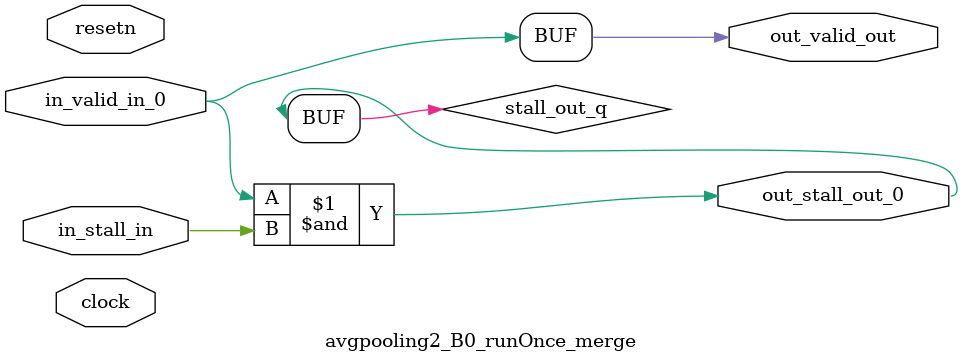
<source format=sv>



(* altera_attribute = "-name AUTO_SHIFT_REGISTER_RECOGNITION OFF; -name MESSAGE_DISABLE 10036; -name MESSAGE_DISABLE 10037; -name MESSAGE_DISABLE 14130; -name MESSAGE_DISABLE 14320; -name MESSAGE_DISABLE 15400; -name MESSAGE_DISABLE 14130; -name MESSAGE_DISABLE 10036; -name MESSAGE_DISABLE 12020; -name MESSAGE_DISABLE 12030; -name MESSAGE_DISABLE 12010; -name MESSAGE_DISABLE 12110; -name MESSAGE_DISABLE 14320; -name MESSAGE_DISABLE 13410; -name MESSAGE_DISABLE 113007; -name MESSAGE_DISABLE 10958" *)
module avgpooling2_B0_runOnce_merge (
    input wire [0:0] in_stall_in,
    input wire [0:0] in_valid_in_0,
    output wire [0:0] out_stall_out_0,
    output wire [0:0] out_valid_out,
    input wire clock,
    input wire resetn
    );

    wire [0:0] stall_out_q;


    // stall_out(LOGICAL,6)
    assign stall_out_q = in_valid_in_0 & in_stall_in;

    // out_stall_out_0(GPOUT,4)
    assign out_stall_out_0 = stall_out_q;

    // out_valid_out(GPOUT,5)
    assign out_valid_out = in_valid_in_0;

endmodule

</source>
